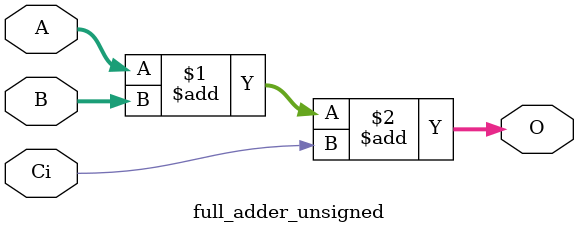
<source format=v>
module full_adder_unsigned #(
  parameter WIDTH = 8
)(A, B, Ci, O);
  input [WIDTH-1:0] A;
  input [WIDTH-1:0] B;
  input Ci;
  output [WIDTH:0] O;

  assign O = A + B + Ci;
endmodule




</source>
